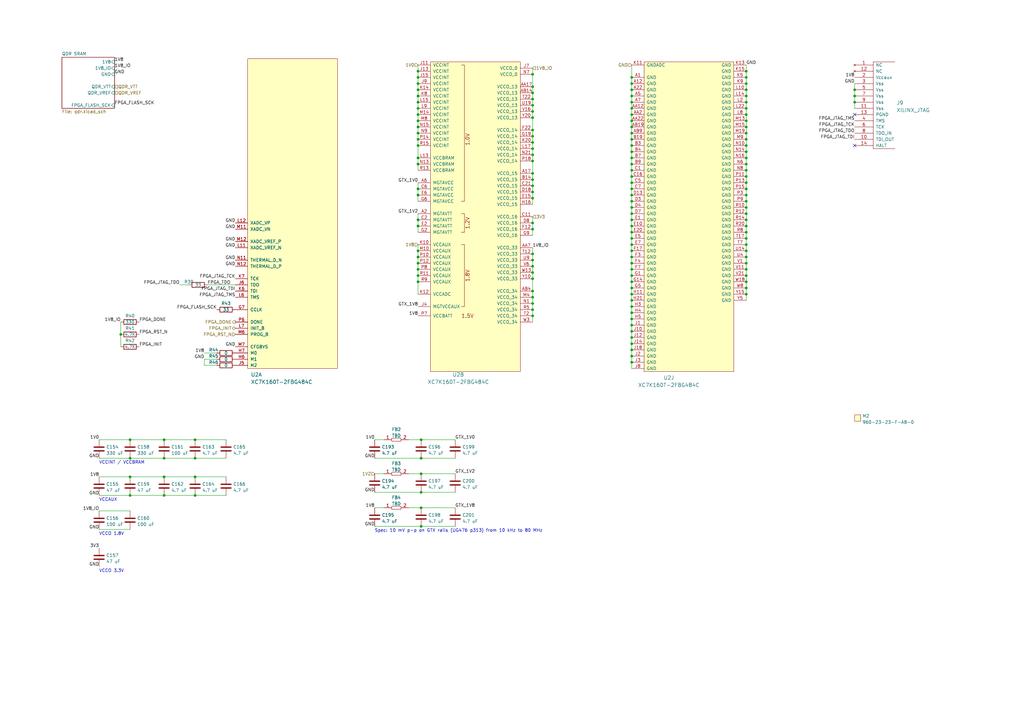
<source format=kicad_sch>
(kicad_sch (version 20211123) (generator eeschema)
  (paper "A3")
  (title_block (date "2023-05-16") (rev "0.1") (company "Antikernel Labs") (comment 1 "Andrew D. Zonenberg"))
  (junction (at 259.08 46.99))
  (junction (at 306.07 29.21))
  (junction (at 171.45 90.17))
  (junction (at 259.08 95.25))
  (junction (at 306.07 118.11))
  (junction (at 218.44 40.64))
  (junction (at 306.07 64.77))
  (junction (at 80.01 203.2))
  (junction (at 306.07 100.33))
  (junction (at 306.07 59.69))
  (junction (at 259.08 123.19))
  (junction (at 171.45 77.47))
  (junction (at 259.08 148.59))
  (junction (at 218.44 71.12))
  (junction (at 218.44 48.26))
  (junction (at 218.44 129.54))
  (junction (at 218.44 43.18))
  (junction (at 259.08 128.27))
  (junction (at 53.34 180.34))
  (junction (at 172.72 215.9))
  (junction (at 218.44 35.56))
  (junction (at 218.44 78.74))
  (junction (at 218.44 55.88))
  (junction (at 218.44 60.96))
  (junction (at 218.44 91.44))
  (junction (at 171.45 107.95))
  (junction (at 259.08 39.37))
  (junction (at 171.45 57.15))
  (junction (at 306.07 69.85))
  (junction (at 172.72 208.28))
  (junction (at 67.31 203.2))
  (junction (at 259.08 57.15))
  (junction (at 218.44 63.5))
  (junction (at 171.45 46.99))
  (junction (at 259.08 102.87))
  (junction (at 259.08 140.97))
  (junction (at 259.08 107.95))
  (junction (at 53.34 195.58))
  (junction (at 259.08 120.65))
  (junction (at 350.52 39.37))
  (junction (at 218.44 53.34))
  (junction (at 49.53 137.16))
  (junction (at 306.07 74.93))
  (junction (at 67.31 195.58))
  (junction (at 306.07 36.83))
  (junction (at 171.45 110.49))
  (junction (at 306.07 80.01))
  (junction (at 218.44 114.3))
  (junction (at 259.08 64.77))
  (junction (at 218.44 106.68))
  (junction (at 259.08 97.79))
  (junction (at 306.07 90.17))
  (junction (at 259.08 69.85))
  (junction (at 306.07 72.39))
  (junction (at 259.08 115.57))
  (junction (at 259.08 125.73))
  (junction (at 172.72 201.93))
  (junction (at 306.07 62.23))
  (junction (at 306.07 49.53))
  (junction (at 259.08 110.49))
  (junction (at 259.08 82.55))
  (junction (at 306.07 107.95))
  (junction (at 218.44 30.48))
  (junction (at 259.08 90.17))
  (junction (at 218.44 76.2))
  (junction (at 259.08 52.07))
  (junction (at 172.72 187.96))
  (junction (at 306.07 77.47))
  (junction (at 259.08 59.69))
  (junction (at 171.45 92.71))
  (junction (at 171.45 29.21))
  (junction (at 306.07 97.79))
  (junction (at 259.08 72.39))
  (junction (at 218.44 81.28))
  (junction (at 259.08 118.11))
  (junction (at 218.44 119.38))
  (junction (at 259.08 54.61))
  (junction (at 172.72 180.34))
  (junction (at 218.44 66.04))
  (junction (at 350.52 41.91))
  (junction (at 306.07 41.91))
  (junction (at 259.08 135.89))
  (junction (at 171.45 80.01))
  (junction (at 259.08 133.35))
  (junction (at 67.31 180.34))
  (junction (at 306.07 95.25))
  (junction (at 171.45 31.75))
  (junction (at 306.07 39.37))
  (junction (at 306.07 110.49))
  (junction (at 171.45 59.69))
  (junction (at 171.45 113.03))
  (junction (at 172.72 194.31))
  (junction (at 306.07 34.29))
  (junction (at 67.31 187.96))
  (junction (at 259.08 41.91))
  (junction (at 306.07 92.71))
  (junction (at 171.45 34.29))
  (junction (at 306.07 31.75))
  (junction (at 259.08 74.93))
  (junction (at 350.52 36.83))
  (junction (at 259.08 67.31))
  (junction (at 306.07 44.45))
  (junction (at 306.07 105.41))
  (junction (at 306.07 82.55))
  (junction (at 218.44 58.42))
  (junction (at 171.45 115.57))
  (junction (at 218.44 38.1))
  (junction (at 171.45 54.61))
  (junction (at 306.07 67.31))
  (junction (at 306.07 113.03))
  (junction (at 171.45 102.87))
  (junction (at 171.45 41.91))
  (junction (at 218.44 109.22))
  (junction (at 259.08 87.63))
  (junction (at 259.08 130.81))
  (junction (at 306.07 87.63))
  (junction (at 259.08 77.47))
  (junction (at 218.44 73.66))
  (junction (at 171.45 36.83))
  (junction (at 259.08 36.83))
  (junction (at 218.44 93.98))
  (junction (at 259.08 143.51))
  (junction (at 53.34 203.2))
  (junction (at 306.07 52.07))
  (junction (at 218.44 124.46))
  (junction (at 259.08 62.23))
  (junction (at 306.07 57.15))
  (junction (at 80.01 195.58))
  (junction (at 259.08 31.75))
  (junction (at 80.01 187.96))
  (junction (at 259.08 34.29))
  (junction (at 171.45 105.41))
  (junction (at 53.34 187.96))
  (junction (at 306.07 102.87))
  (junction (at 259.08 113.03))
  (junction (at 259.08 80.01))
  (junction (at 171.45 67.31))
  (junction (at 80.01 180.34))
  (junction (at 218.44 127))
  (junction (at 171.45 64.77))
  (junction (at 218.44 45.72))
  (junction (at 171.45 39.37))
  (junction (at 218.44 104.14))
  (junction (at 306.07 46.99))
  (junction (at 259.08 85.09))
  (junction (at 306.07 115.57))
  (junction (at 306.07 85.09))
  (junction (at 171.45 52.07))
  (junction (at 259.08 49.53))
  (junction (at 259.08 146.05))
  (junction (at 259.08 92.71))
  (junction (at 259.08 105.41))
  (junction (at 259.08 100.33))
  (junction (at 218.44 121.92))
  (junction (at 218.44 111.76))
  (junction (at 259.08 44.45))
  (junction (at 171.45 44.45))
  (junction (at 171.45 49.53))
  (junction (at 306.07 120.65))
  (junction (at 306.07 54.61))
  (junction (at 259.08 138.43))
  (no_connect (at 350.52 46.99))
  (no_connect (at 350.52 59.69))
  (wire (pts (xy 259.08 87.63) (xy 259.08 90.17)))
  (wire (pts (xy 171.45 110.49) (xy 171.45 113.03)))
  (wire (pts (xy 259.08 77.47) (xy 259.08 80.01)))
  (wire (pts (xy 259.08 36.83) (xy 259.08 39.37)))
  (wire (pts (xy 306.07 120.65) (xy 306.07 123.19)))
  (wire (pts (xy 259.08 125.73) (xy 259.08 128.27)))
  (wire (pts (xy 171.45 49.53) (xy 171.45 52.07)))
  (wire (pts (xy 218.44 88.9) (xy 218.44 91.44)))
  (wire (pts (xy 153.67 215.9) (xy 172.72 215.9)))
  (wire (pts (xy 259.08 57.15) (xy 259.08 59.69)))
  (wire (pts (xy 306.07 85.09) (xy 306.07 87.63)))
  (wire (pts (xy 172.72 187.96) (xy 186.69 187.96)))
  (wire (pts (xy 153.67 194.31) (xy 157.48 194.31)))
  (wire (pts (xy 306.07 67.31) (xy 306.07 69.85)))
  (wire (pts (xy 259.08 82.55) (xy 259.08 85.09)))
  (wire (pts (xy 259.08 26.67) (xy 259.08 31.75)))
  (wire (pts (xy 171.45 107.95) (xy 171.45 110.49)))
  (wire (pts (xy 306.07 107.95) (xy 306.07 110.49)))
  (wire (pts (xy 259.08 146.05) (xy 259.08 148.59)))
  (wire (pts (xy 259.08 34.29) (xy 259.08 36.83)))
  (wire (pts (xy 259.08 120.65) (xy 259.08 123.19)))
  (wire (pts (xy 306.07 110.49) (xy 306.07 113.03)))
  (wire (pts (xy 306.07 95.25) (xy 306.07 97.79)))
  (wire (pts (xy 259.08 49.53) (xy 259.08 52.07)))
  (wire (pts (xy 80.01 203.2) (xy 92.71 203.2)))
  (wire (pts (xy 172.72 215.9) (xy 186.69 215.9)))
  (wire (pts (xy 218.44 91.44) (xy 218.44 93.98)))
  (wire (pts (xy 171.45 100.33) (xy 171.45 102.87)))
  (wire (pts (xy 172.72 180.34) (xy 186.69 180.34)))
  (wire (pts (xy 171.45 41.91) (xy 171.45 44.45)))
  (wire (pts (xy 306.07 72.39) (xy 306.07 74.93)))
  (wire (pts (xy 85.09 116.84) (xy 96.52 116.84)))
  (wire (pts (xy 259.08 90.17) (xy 259.08 92.71)))
  (wire (pts (xy 218.44 106.68) (xy 218.44 109.22)))
  (wire (pts (xy 259.08 113.03) (xy 259.08 115.57)))
  (wire (pts (xy 171.45 26.67) (xy 171.45 29.21)))
  (wire (pts (xy 40.64 187.96) (xy 53.34 187.96)))
  (wire (pts (xy 259.08 118.11) (xy 259.08 120.65)))
  (wire (pts (xy 40.64 180.34) (xy 53.34 180.34)))
  (wire (pts (xy 259.08 69.85) (xy 259.08 72.39)))
  (wire (pts (xy 218.44 93.98) (xy 218.44 96.52)))
  (wire (pts (xy 88.9 147.32) (xy 83.82 147.32)))
  (wire (pts (xy 171.45 90.17) (xy 171.45 92.71)))
  (wire (pts (xy 218.44 71.12) (xy 218.44 73.66)))
  (wire (pts (xy 73.66 116.84) (xy 77.47 116.84)))
  (wire (pts (xy 306.07 87.63) (xy 306.07 90.17)))
  (wire (pts (xy 259.08 74.93) (xy 259.08 77.47)))
  (wire (pts (xy 306.07 39.37) (xy 306.07 41.91)))
  (wire (pts (xy 49.53 137.16) (xy 49.53 142.24)))
  (wire (pts (xy 218.44 66.04) (xy 218.44 71.12)))
  (wire (pts (xy 259.08 52.07) (xy 259.08 54.61)))
  (wire (pts (xy 167.64 208.28) (xy 172.72 208.28)))
  (wire (pts (xy 80.01 187.96) (xy 92.71 187.96)))
  (wire (pts (xy 167.64 180.34) (xy 172.72 180.34)))
  (wire (pts (xy 171.45 54.61) (xy 171.45 57.15)))
  (wire (pts (xy 67.31 180.34) (xy 80.01 180.34)))
  (wire (pts (xy 218.44 121.92) (xy 218.44 124.46)))
  (wire (pts (xy 306.07 54.61) (xy 306.07 57.15)))
  (wire (pts (xy 218.44 27.94) (xy 218.44 30.48)))
  (wire (pts (xy 306.07 77.47) (xy 306.07 80.01)))
  (wire (pts (xy 259.08 80.01) (xy 259.08 82.55)))
  (wire (pts (xy 40.64 209.55) (xy 53.34 209.55)))
  (wire (pts (xy 153.67 208.28) (xy 157.48 208.28)))
  (wire (pts (xy 350.52 39.37) (xy 350.52 41.91)))
  (wire (pts (xy 171.45 44.45) (xy 171.45 46.99)))
  (wire (pts (xy 171.45 102.87) (xy 171.45 105.41)))
  (wire (pts (xy 259.08 95.25) (xy 259.08 97.79)))
  (wire (pts (xy 306.07 97.79) (xy 306.07 100.33)))
  (wire (pts (xy 306.07 105.41) (xy 306.07 107.95)))
  (wire (pts (xy 306.07 64.77) (xy 306.07 67.31)))
  (wire (pts (xy 53.34 195.58) (xy 67.31 195.58)))
  (wire (pts (xy 306.07 46.99) (xy 306.07 49.53)))
  (wire (pts (xy 171.45 39.37) (xy 171.45 41.91)))
  (wire (pts (xy 259.08 143.51) (xy 259.08 146.05)))
  (wire (pts (xy 171.45 105.41) (xy 171.45 107.95)))
  (wire (pts (xy 259.08 130.81) (xy 259.08 133.35)))
  (wire (pts (xy 259.08 72.39) (xy 259.08 74.93)))
  (wire (pts (xy 83.82 149.86) (xy 88.9 149.86)))
  (wire (pts (xy 153.67 201.93) (xy 172.72 201.93)))
  (wire (pts (xy 53.34 180.34) (xy 67.31 180.34)))
  (wire (pts (xy 218.44 58.42) (xy 218.44 60.96)))
  (wire (pts (xy 218.44 45.72) (xy 218.44 48.26)))
  (wire (pts (xy 218.44 76.2) (xy 218.44 78.74)))
  (wire (pts (xy 306.07 62.23) (xy 306.07 64.77)))
  (wire (pts (xy 218.44 63.5) (xy 218.44 66.04)))
  (wire (pts (xy 259.08 140.97) (xy 259.08 143.51)))
  (wire (pts (xy 67.31 187.96) (xy 80.01 187.96)))
  (wire (pts (xy 218.44 30.48) (xy 218.44 35.56)))
  (wire (pts (xy 218.44 119.38) (xy 218.44 121.92)))
  (wire (pts (xy 259.08 54.61) (xy 259.08 57.15)))
  (wire (pts (xy 218.44 40.64) (xy 218.44 43.18)))
  (wire (pts (xy 218.44 48.26) (xy 218.44 53.34)))
  (wire (pts (xy 49.53 132.08) (xy 49.53 137.16)))
  (wire (pts (xy 171.45 59.69) (xy 171.45 64.77)))
  (wire (pts (xy 171.45 115.57) (xy 171.45 120.65)))
  (wire (pts (xy 171.45 31.75) (xy 171.45 34.29)))
  (wire (pts (xy 171.45 74.93) (xy 171.45 77.47)))
  (wire (pts (xy 259.08 100.33) (xy 259.08 102.87)))
  (wire (pts (xy 259.08 128.27) (xy 259.08 130.81)))
  (wire (pts (xy 171.45 34.29) (xy 171.45 36.83)))
  (wire (pts (xy 40.64 203.2) (xy 53.34 203.2)))
  (wire (pts (xy 218.44 53.34) (xy 218.44 55.88)))
  (wire (pts (xy 218.44 104.14) (xy 218.44 106.68)))
  (wire (pts (xy 171.45 29.21) (xy 171.45 31.75)))
  (wire (pts (xy 171.45 113.03) (xy 171.45 115.57)))
  (wire (pts (xy 259.08 64.77) (xy 259.08 67.31)))
  (wire (pts (xy 171.45 67.31) (xy 171.45 69.85)))
  (wire (pts (xy 259.08 92.71) (xy 259.08 95.25)))
  (wire (pts (xy 350.52 36.83) (xy 350.52 39.37)))
  (wire (pts (xy 259.08 138.43) (xy 259.08 140.97)))
  (wire (pts (xy 218.44 101.6) (xy 218.44 104.14)))
  (wire (pts (xy 171.45 64.77) (xy 171.45 67.31)))
  (wire (pts (xy 218.44 124.46) (xy 218.44 127)))
  (wire (pts (xy 80.01 180.34) (xy 92.71 180.34)))
  (wire (pts (xy 153.67 180.34) (xy 157.48 180.34)))
  (wire (pts (xy 171.45 77.47) (xy 171.45 80.01)))
  (wire (pts (xy 306.07 118.11) (xy 306.07 120.65)))
  (wire (pts (xy 167.64 194.31) (xy 172.72 194.31)))
  (wire (pts (xy 306.07 44.45) (xy 306.07 46.99)))
  (wire (pts (xy 306.07 29.21) (xy 306.07 31.75)))
  (wire (pts (xy 350.52 34.29) (xy 350.52 36.83)))
  (wire (pts (xy 218.44 109.22) (xy 218.44 111.76)))
  (wire (pts (xy 171.45 36.83) (xy 171.45 39.37)))
  (wire (pts (xy 306.07 49.53) (xy 306.07 52.07)))
  (wire (pts (xy 40.64 217.17) (xy 53.34 217.17)))
  (wire (pts (xy 171.45 80.01) (xy 171.45 82.55)))
  (wire (pts (xy 259.08 85.09) (xy 259.08 87.63)))
  (wire (pts (xy 80.01 195.58) (xy 92.71 195.58)))
  (wire (pts (xy 218.44 43.18) (xy 218.44 45.72)))
  (wire (pts (xy 259.08 123.19) (xy 259.08 125.73)))
  (wire (pts (xy 172.72 194.31) (xy 186.69 194.31)))
  (wire (pts (xy 171.45 87.63) (xy 171.45 90.17)))
  (wire (pts (xy 218.44 38.1) (xy 218.44 40.64)))
  (wire (pts (xy 259.08 62.23) (xy 259.08 64.77)))
  (wire (pts (xy 306.07 57.15) (xy 306.07 59.69)))
  (wire (pts (xy 218.44 129.54) (xy 218.44 132.08)))
  (wire (pts (xy 259.08 115.57) (xy 259.08 118.11)))
  (wire (pts (xy 306.07 36.83) (xy 306.07 39.37)))
  (wire (pts (xy 171.45 46.99) (xy 171.45 49.53)))
  (wire (pts (xy 306.07 52.07) (xy 306.07 54.61)))
  (wire (pts (xy 67.31 203.2) (xy 80.01 203.2)))
  (wire (pts (xy 218.44 111.76) (xy 218.44 114.3)))
  (wire (pts (xy 259.08 97.79) (xy 259.08 100.33)))
  (wire (pts (xy 218.44 55.88) (xy 218.44 58.42)))
  (wire (pts (xy 218.44 73.66) (xy 218.44 76.2)))
  (wire (pts (xy 259.08 44.45) (xy 259.08 46.99)))
  (wire (pts (xy 306.07 90.17) (xy 306.07 92.71)))
  (wire (pts (xy 259.08 110.49) (xy 259.08 113.03)))
  (wire (pts (xy 259.08 59.69) (xy 259.08 62.23)))
  (wire (pts (xy 306.07 59.69) (xy 306.07 62.23)))
  (wire (pts (xy 53.34 187.96) (xy 67.31 187.96)))
  (wire (pts (xy 171.45 52.07) (xy 171.45 54.61)))
  (wire (pts (xy 40.64 195.58) (xy 53.34 195.58)))
  (wire (pts (xy 153.67 187.96) (xy 172.72 187.96)))
  (wire (pts (xy 306.07 82.55) (xy 306.07 85.09)))
  (wire (pts (xy 259.08 67.31) (xy 259.08 69.85)))
  (wire (pts (xy 259.08 135.89) (xy 259.08 138.43)))
  (wire (pts (xy 259.08 31.75) (xy 259.08 34.29)))
  (wire (pts (xy 83.82 144.78) (xy 88.9 144.78)))
  (wire (pts (xy 172.72 208.28) (xy 186.69 208.28)))
  (wire (pts (xy 218.44 81.28) (xy 218.44 83.82)))
  (wire (pts (xy 306.07 69.85) (xy 306.07 72.39)))
  (wire (pts (xy 259.08 107.95) (xy 259.08 110.49)))
  (wire (pts (xy 306.07 26.67) (xy 306.07 29.21)))
  (wire (pts (xy 306.07 115.57) (xy 306.07 118.11)))
  (wire (pts (xy 218.44 60.96) (xy 218.44 63.5)))
  (wire (pts (xy 259.08 105.41) (xy 259.08 107.95)))
  (wire (pts (xy 306.07 80.01) (xy 306.07 82.55)))
  (wire (pts (xy 306.07 74.93) (xy 306.07 77.47)))
  (wire (pts (xy 67.31 195.58) (xy 80.01 195.58)))
  (wire (pts (xy 259.08 39.37) (xy 259.08 41.91)))
  (wire (pts (xy 259.08 46.99) (xy 259.08 49.53)))
  (wire (pts (xy 306.07 31.75) (xy 306.07 34.29)))
  (wire (pts (xy 218.44 78.74) (xy 218.44 81.28)))
  (wire (pts (xy 259.08 102.87) (xy 259.08 105.41)))
  (wire (pts (xy 218.44 127) (xy 218.44 129.54)))
  (wire (pts (xy 218.44 114.3) (xy 218.44 119.38)))
  (wire (pts (xy 306.07 34.29) (xy 306.07 36.83)))
  (wire (pts (xy 53.34 203.2) (xy 67.31 203.2)))
  (wire (pts (xy 259.08 148.59) (xy 259.08 151.13)))
  (wire (pts (xy 171.45 57.15) (xy 171.45 59.69)))
  (wire (pts (xy 350.52 41.91) (xy 350.52 44.45)))
  (wire (pts (xy 259.08 133.35) (xy 259.08 135.89)))
  (wire (pts (xy 259.08 41.91) (xy 259.08 44.45)))
  (wire (pts (xy 218.44 35.56) (xy 218.44 38.1)))
  (wire (pts (xy 306.07 92.71) (xy 306.07 95.25)))
  (wire (pts (xy 306.07 100.33) (xy 306.07 102.87)))
  (wire (pts (xy 306.07 41.91) (xy 306.07 44.45)))
  (wire (pts (xy 83.82 147.32) (xy 83.82 149.86)))
  (wire (pts (xy 306.07 113.03) (xy 306.07 115.57)))
  (wire (pts (xy 171.45 92.71) (xy 171.45 95.25)))
  (wire (pts (xy 306.07 102.87) (xy 306.07 105.41)))
  (wire (pts (xy 172.72 201.93) (xy 186.69 201.93)))
  (text "VCCO 1.8V" (at 40.64 219.71 0) (effects (font (size 1.27 1.27)) (justify left bottom)))
  (text "VCCO 3.3V" (at 40.64 234.95 0) (effects (font (size 1.27 1.27)) (justify left bottom)))
  (text "Spec: 10 mV p-p on GTX rails (UG476 p313) from 10 kHz to 80 MHz" (at 153.67 218.44 0) (effects (font (size 1.27 1.27)) (justify left bottom)))
  (text "VCCAUX" (at 40.64 205.74 0) (effects (font (size 1.27 1.27)) (justify left bottom)))
  (text "VCCINT / VCCBRAM" (at 40.64 190.5 0) (effects (font (size 1.27 1.27)) (justify left bottom)))
  (label "GND" (at 40.64 232.41 180))
  (label "FPGA_RST_N" (at 57.15 137.16 0))
  (label "FPGA_JTAG_TDI" (at 96.52 119.38 180))
  (label "GND" (at 153.67 187.96 180))
  (label "FPGA_JTAG_TCK" (at 350.52 52.07 180))
  (label "GTX_1V8" (at 186.69 208.28 0))
  (label "FPGA_FLASH_SCK" (at 46.99 43.18 0))
  (label "1V8_IO" (at 40.64 209.55 180))
  (label "GTX_1V2" (at 171.45 87.63 180))
  (label "1V8" (at 83.82 144.78 180))
  (label "GND" (at 40.64 203.2 180))
  (label "GND" (at 96.52 106.68 180))
  (label "FPGA_JTAG_TCK" (at 96.52 114.3 180))
  (label "GND" (at 153.67 201.93 180))
  (label "GND" (at 306.07 26.67 0))
  (label "GND" (at 40.64 187.96 180))
  (label "FPGA_DONE" (at 57.15 132.08 0))
  (label "GND" (at 46.99 30.48 0))
  (label "GND" (at 350.52 34.29 180))
  (label "FPGA_JTAG_TMS" (at 96.52 121.92 180))
  (label "FPGA_TDO" (at 85.09 116.84 0))
  (label "GTX_1V2" (at 186.69 194.31 0))
  (label "1V8" (at 46.99 25.4 0))
  (label "GND" (at 153.67 215.9 180))
  (label "1V0" (at 153.67 180.34 180))
  (label "FPGA_JTAG_TDI" (at 350.52 57.15 180))
  (label "GND" (at 96.52 109.22 180))
  (label "GND" (at 96.52 142.24 180))
  (label "GTX_1V0" (at 171.45 74.93 180))
  (label "GND" (at 96.52 93.98 180))
  (label "GND" (at 96.52 101.6 180))
  (label "1V8" (at 40.64 195.58 180))
  (label "GND" (at 96.52 99.06 180))
  (label "1V8" (at 171.45 129.54 180))
  (label "1V8" (at 153.67 208.28 180))
  (label "GND" (at 96.52 91.44 180))
  (label "GND" (at 83.82 147.32 180))
  (label "FPGA_FLASH_SCK" (at 88.9 127 180))
  (label "3V3" (at 40.64 224.79 180))
  (label "1V0" (at 40.64 180.34 180))
  (label "GTX_1V8" (at 171.45 125.73 180))
  (label "1V8_IO" (at 49.53 132.08 180))
  (label "FPGA_INIT" (at 57.15 142.24 0))
  (label "GTX_1V0" (at 186.69 180.34 0))
  (label "GND" (at 40.64 217.17 180))
  (label "1V8_IO" (at 46.99 27.94 0))
  (label "1V8" (at 350.52 31.75 180))
  (label "FPGA_JTAG_TMS" (at 350.52 49.53 180))
  (label "FPGA_JTAG_TDO" (at 350.52 54.61 180))
  (label "1V8_IO" (at 218.44 101.6 0))
  (label "FPGA_JTAG_TDO" (at 73.66 116.84 180))
  (hierarchical_label "FPGA_RST_N" (shape input) (at 96.52 137.16 180))
  (hierarchical_label "FPGA_INIT" (shape bidirectional) (at 96.52 134.62 180))
  (hierarchical_label "3V3" (shape input) (at 218.44 88.9 0))
  (hierarchical_label "FPGA_DONE" (shape output) (at 96.52 132.08 180))
  (hierarchical_label "QDR_VREF" (shape input) (at 46.99 38.1 0))
  (hierarchical_label "GND" (shape input) (at 259.08 26.67 180))
  (hierarchical_label "1V2" (shape input) (at 153.67 194.31 180))
  (hierarchical_label "1V8" (shape input) (at 171.45 100.33 180))
  (hierarchical_label "QDR_VTT" (shape input) (at 46.99 35.56 0))
  (hierarchical_label "1V0" (shape input) (at 171.45 26.67 180))
  (hierarchical_label "1V8_IO" (shape input) (at 218.44 27.94 0))
  (symbol (lib_id "device:C") (at 40.64 228.6 0) (unit 1)
    (property "Reference" "C157" (at 43.561 227.7653 0) (effects (justify left)))
    (property "Value" "47 uF" (at 43.561 230.3022 0) (effects (justify left)))
  )
  (symbol (lib_id "device:R") (at 92.71 147.32 90) (unit 1)
    (property "Reference" "R45" (at 87.63 146.05 90))
    (property "Value" "0" (at 92.71 147.32 90))
    (property "Footprint" "azonenberg_pcb:EIA_0402_RES_NOSILK" (effects hide))
  )
  (symbol (lib_id "device:C") (at 153.67 184.15 0) (unit 1)
    (property "Reference" "C193" (at 156.591 183.3153 0) (effects (justify left)))
    (property "Value" "4.7 uF" (at 156.591 185.8522 0) (effects (justify left)))
    (property "Footprint" "azonenberg_pcb:EIA_0603_CAP_NOSILK" (effects hide))
  )
  (symbol (lib_id "passive-azonenberg:FERRITE_SMALL2") (at 162.56 194.31 0) (unit 1)
    (property "Reference" "FB3" (at 162.56 190.1022 0))
    (property "Value" "TBD" (at 162.56 192.6391 0))
  )
  (symbol (lib_id "device:C") (at 186.69 184.15 0) (unit 1)
    (property "Reference" "C199" (at 189.611 183.3153 0) (effects (justify left)))
    (property "Value" "4.7 uF" (at 189.611 185.8522 0) (effects (justify left)))
    (property "Footprint" "azonenberg_pcb:EIA_0603_CAP_NOSILK" (effects hide))
  )
  (symbol (lib_id "device:C") (at 40.64 199.39 0) (unit 1)
    (property "Reference" "C155" (at 43.561 198.5553 0) (effects (justify left)))
    (property "Value" "47 uF" (at 43.561 201.0922 0) (effects (justify left)))
  )
  (symbol (lib_id "device:C") (at 80.01 184.15 0) (unit 1)
    (property "Reference" "C163" (at 82.931 183.3153 0) (effects (justify left)))
    (property "Value" "4.7 uF" (at 82.931 185.8522 0) (effects (justify left)))
    (property "Footprint" "azonenberg_pcb:EIA_0603_CAP_NOSILK" (effects hide))
  )
  (symbol (lib_id "special-azonenberg:MECHANICAL") (at 350.52 171.45 0) (unit 1)
    (property "Reference" "M2" (at 353.695 170.6153 0) (effects (justify left)))
    (property "Value" "960-23-23-F-AB-0" (at 353.695 173.1522 0) (effects (justify left)))
    (property "Footprint" "azonenberg_pcb:HEATSINK_WAKEFIELDVETTE_960-23-23-F-AB-0" (effects hide))
  )
  (symbol (lib_id "device:R") (at 53.34 142.24 90) (unit 1)
    (property "Reference" "R42" (at 53.34 139.7 90))
    (property "Value" "4.7K" (at 53.34 142.24 90))
    (property "Footprint" "azonenberg_pcb:EIA_0402_RES_NOSILK" (effects hide))
  )
  (symbol (lib_id "device:C") (at 172.72 184.15 0) (unit 1)
    (property "Reference" "C196" (at 175.641 183.3153 0) (effects (justify left)))
    (property "Value" "4.7 uF" (at 175.641 185.8522 0) (effects (justify left)))
    (property "Footprint" "azonenberg_pcb:EIA_0603_CAP_NOSILK" (effects hide))
  )
  (symbol (lib_id "device:C") (at 172.72 212.09 0) (unit 1)
    (property "Reference" "C198" (at 175.641 211.2553 0) (effects (justify left)))
    (property "Value" "4.7 uF" (at 175.641 213.7922 0) (effects (justify left)))
    (property "Footprint" "azonenberg_pcb:EIA_0603_CAP_NOSILK" (effects hide))
  )
  (symbol (lib_id "passive-azonenberg:FERRITE_SMALL2") (at 162.56 180.34 0) (unit 1)
    (property "Reference" "FB2" (at 162.56 176.1322 0))
    (property "Value" "TBD" (at 162.56 178.6691 0))
  )
  (symbol (lib_id "device:C") (at 67.31 199.39 0) (unit 1)
    (property "Reference" "C162" (at 70.231 198.5553 0) (effects (justify left)))
    (property "Value" "4.7 uF" (at 70.231 201.0922 0) (effects (justify left)))
    (property "Footprint" "azonenberg_pcb:EIA_0603_CAP_NOSILK" (effects hide))
  )
  (symbol (lib_id "device:C") (at 153.67 212.09 0) (unit 1)
    (property "Reference" "C195" (at 156.591 211.2553 0) (effects (justify left)))
    (property "Value" "4.7 uF" (at 156.591 213.7922 0) (effects (justify left)))
    (property "Footprint" "azonenberg_pcb:EIA_0603_CAP_NOSILK" (effects hide))
  )
  (symbol (lib_id "xilinx-azonenberg:XC7KxT-FBG484") (at 101.6 149.86 0) (unit 1)
    (property "Reference" "U2" (at 102.87 153.67 0) (effects (font (size 1.524 1.524)) (justify left)))
    (property "Value" "XC7K160T-2FBG484C" (at 102.87 156.6634 0) (effects (font (size 1.524 1.524)) (justify left)))
    (property "Footprint" "azonenberg_pcb:BGA_484_22x22_FULLARRAY_1MM" (effects hide))
  )
  (symbol (lib_id "device:R") (at 53.34 132.08 90) (unit 1)
    (property "Reference" "R40" (at 53.34 129.54 90))
    (property "Value" "330" (at 53.34 132.08 90))
    (property "Footprint" "azonenberg_pcb:EIA_0402_RES_NOSILK" (effects hide))
  )
  (symbol (lib_id "device:C") (at 92.71 184.15 0) (unit 1)
    (property "Reference" "C165" (at 95.631 183.3153 0) (effects (justify left)))
    (property "Value" "4.7 uF" (at 95.631 185.8522 0) (effects (justify left)))
    (property "Footprint" "azonenberg_pcb:EIA_0603_CAP_NOSILK" (effects hide))
  )
  (symbol (lib_id "device:C") (at 40.64 213.36 0) (unit 1)
    (property "Reference" "C156" (at 43.561 212.5253 0) (effects (justify left)))
    (property "Value" "100 uF" (at 43.561 215.0622 0) (effects (justify left)))
  )
  (symbol (lib_id "device:R") (at 81.28 116.84 270) (unit 1)
    (property "Reference" "R30" (at 77.47 115.57 90))
    (property "Value" "33" (at 81.28 116.84 90))
    (property "Footprint" "azonenberg_pcb:EIA_0402_RES_NOSILK" (effects hide))
  )
  (symbol (lib_id "device:C") (at 153.67 198.12 0) (unit 1)
    (property "Reference" "C194" (at 156.591 197.2853 0) (effects (justify left)))
    (property "Value" "4.7 uF" (at 156.591 199.8222 0) (effects (justify left)))
    (property "Footprint" "azonenberg_pcb:EIA_0603_CAP_NOSILK" (effects hide))
  )
  (symbol (lib_id "passive-azonenberg:FERRITE_SMALL2") (at 162.56 208.28 0) (unit 1)
    (property "Reference" "FB4" (at 162.56 204.0722 0))
    (property "Value" "TBD" (at 162.56 206.6091 0))
  )
  (symbol (lib_id "xilinx-azonenberg:XC7KxT-FBG484") (at 176.53 151.13 0) (unit 2)
    (property "Reference" "U2" (at 187.96 153.67 0) (effects (font (size 1.524 1.524))))
    (property "Value" "XC7K160T-2FBG484C" (at 187.96 156.6634 0) (effects (font (size 1.524 1.524))))
    (property "Footprint" "azonenberg_pcb:BGA_484_22x22_FULLARRAY_1MM" (effects hide))
  )
  (symbol (lib_id "device:C") (at 40.64 184.15 0) (unit 1)
    (property "Reference" "C154" (at 43.561 183.3153 0) (effects (justify left)))
    (property "Value" "330 uF" (at 43.561 185.8522 0) (effects (justify left)))
  )
  (symbol (lib_id "device:C") (at 186.69 198.12 0) (unit 1)
    (property "Reference" "C200" (at 189.611 197.2853 0) (effects (justify left)))
    (property "Value" "4.7 uF" (at 189.611 199.8222 0) (effects (justify left)))
    (property "Footprint" "azonenberg_pcb:EIA_0603_CAP_NOSILK" (effects hide))
  )
  (symbol (lib_id "device:C") (at 53.34 213.36 0) (unit 1)
    (property "Reference" "C160" (at 56.261 212.5253 0) (effects (justify left)))
    (property "Value" "100 uF" (at 56.261 215.0622 0) (effects (justify left)))
  )
  (symbol (lib_id "device:C") (at 53.34 184.15 0) (unit 1)
    (property "Reference" "C158" (at 56.261 183.3153 0) (effects (justify left)))
    (property "Value" "330 uF" (at 56.261 185.8522 0) (effects (justify left)))
  )
  (symbol (lib_id "device:R") (at 53.34 137.16 90) (unit 1)
    (property "Reference" "R41" (at 53.34 134.62 90))
    (property "Value" "4.7K" (at 53.34 137.16 90))
    (property "Footprint" "azonenberg_pcb:EIA_0402_RES_NOSILK" (effects hide))
  )
  (symbol (lib_id "device:C") (at 92.71 199.39 0) (unit 1)
    (property "Reference" "C166" (at 95.631 198.5553 0) (effects (justify left)))
    (property "Value" "4.7 uF" (at 95.631 201.0922 0) (effects (justify left)))
    (property "Footprint" "azonenberg_pcb:EIA_0603_CAP_NOSILK" (effects hide))
  )
  (symbol (lib_id "device:R") (at 92.71 144.78 90) (unit 1)
    (property "Reference" "R44" (at 87.63 143.51 90))
    (property "Value" "0" (at 92.71 144.78 90))
    (property "Footprint" "azonenberg_pcb:EIA_0402_RES_NOSILK" (effects hide))
  )
  (symbol (lib_id "device:C") (at 80.01 199.39 0) (unit 1)
    (property "Reference" "C164" (at 82.931 198.5553 0) (effects (justify left)))
    (property "Value" "4.7 uF" (at 82.931 201.0922 0) (effects (justify left)))
    (property "Footprint" "azonenberg_pcb:EIA_0603_CAP_NOSILK" (effects hide))
  )
  (symbol (lib_id "xilinx-azonenberg:XC7KxT-FBG484") (at 264.16 151.13 0) (unit 10)
    (property "Reference" "U2" (at 274.32 154.94 0) (effects (font (size 1.524 1.524))))
    (property "Value" "XC7K160T-2FBG484C" (at 274.32 157.9334 0) (effects (font (size 1.524 1.524))))
    (property "Footprint" "azonenberg_pcb:BGA_484_22x22_FULLARRAY_1MM" (effects hide))
  )
  (symbol (lib_id "device:C") (at 186.69 212.09 0) (unit 1)
    (property "Reference" "C201" (at 189.611 211.2553 0) (effects (justify left)))
    (property "Value" "4.7 uF" (at 189.611 213.7922 0) (effects (justify left)))
    (property "Footprint" "azonenberg_pcb:EIA_0603_CAP_NOSILK" (effects hide))
  )
  (symbol (lib_id "device:C") (at 53.34 199.39 0) (unit 1)
    (property "Reference" "C159" (at 56.261 198.5553 0) (effects (justify left)))
    (property "Value" "47 uF" (at 56.261 201.0922 0) (effects (justify left)))
  )
  (symbol (lib_id "device:R") (at 92.71 149.86 90) (unit 1)
    (property "Reference" "R46" (at 87.63 148.59 90))
    (property "Value" "0" (at 92.71 149.86 90))
    (property "Footprint" "azonenberg_pcb:EIA_0402_RES_NOSILK" (effects hide))
  )
  (symbol (lib_id "device:R") (at 92.71 127 90) (unit 1)
    (property "Reference" "R43" (at 92.71 124.46 90))
    (property "Value" "33" (at 92.71 127 90))
    (property "Footprint" "azonenberg_pcb:EIA_0402_RES_NOSILK" (effects hide))
  )
  (symbol (lib_id "device:C") (at 67.31 184.15 0) (unit 1)
    (property "Reference" "C161" (at 70.231 183.3153 0) (effects (justify left)))
    (property "Value" "100 uF" (at 70.231 185.8522 0) (effects (justify left)))
  )
  (symbol (lib_id "device:C") (at 172.72 198.12 0) (unit 1)
    (property "Reference" "C197" (at 175.641 197.2853 0) (effects (justify left)))
    (property "Value" "4.7 uF" (at 175.641 199.8222 0) (effects (justify left)))
    (property "Footprint" "azonenberg_pcb:EIA_0603_CAP_NOSILK" (effects hide))
  )
  (symbol (lib_id "xilinx-azonenberg:XILINX_JTAG") (at 350.52 59.69 0) (unit 1)
    (property "Reference" "J9" (at 367.665 42.2038 0) (effects (font (size 1.524 1.524)) (justify left)))
    (property "Value" "XILINX_JTAG" (at 367.665 45.1972 0) (effects (font (size 1.524 1.524)) (justify left)))
    (property "Footprint" "azonenberg_pcb:XILINX_JTAG_PTH_MOLEX_0878311420" (effects hide))
  )
  (sheet (at 25.4 23.495) (size 21.59 20.955) (stroke (width 0.1524))
    (property "Sheet name" "QDR SRAM" (at 25.4 22.7834 0) (effects (justify left bottom)))
    (property "Sheet file" "qdr.kicad_sch" (at 25.4 45.0346 0) (effects (justify left top)))
    (pin "GND" input (at 46.99 30.48 0))
    (pin "1V8" input (at 46.99 25.4 0))
    (pin "1V8_IO" input (at 46.99 27.94 0))
    (pin "QDR_VTT" input (at 46.99 35.56 0))
    (pin "QDR_VREF" input (at 46.99 38.1 0))
    (pin "FPGA_FLASH_SCK" input (at 46.99 43.18 0))
  )
)
</source>
